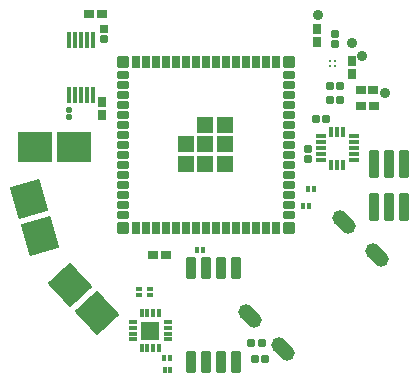
<source format=gts>
G04 Layer: TopSolderMaskLayer*
G04 Panelize: , Column: 1, Row: 1, Board Size: 35.35mm x 33.79mm, Panelized Board Size: 35.35mm x 33.79mm*
G04 EasyEDA v6.5.32, 2023-07-27 20:51:34*
G04 7f8d34143daf4d43a3b22917546c404d,9a4ed40c0dd746429eaf55b84663d2fb,10*
G04 Gerber Generator version 0.2*
G04 Scale: 100 percent, Rotated: No, Reflected: No *
G04 Dimensions in millimeters *
G04 leading zeros omitted , absolute positions ,4 integer and 5 decimal *
%FSLAX45Y45*%
%MOMM*%

%AMMACRO1*1,1,$1,$2,$3*1,1,$1,$4,$5*1,1,$1,0-$2,0-$3*1,1,$1,0-$4,0-$5*20,1,$1,$2,$3,$4,$5,0*20,1,$1,$4,$5,0-$2,0-$3,0*20,1,$1,0-$2,0-$3,0-$4,0-$5,0*20,1,$1,0-$4,0-$5,$2,$3,0*4,1,4,$2,$3,$4,$5,0-$2,0-$3,0-$4,0-$5,$2,$3,0*%
%AMMACRO2*1,1,$1,$2,$3*1,1,$1,$4,$5*20,1,$1,$2,$3,$4,$5,0*%
%AMMACRO3*4,1,4,-0.3023,-0.5016,-0.3023,0.5016,0.3023,0.5016,0.3023,-0.5016,-0.3023,-0.5016,0*%
%AMMACRO4*4,1,4,-0.301,-0.5016,-0.301,0.5016,0.301,0.5016,0.301,-0.5016,-0.301,-0.5016,0*%
%ADD10MACRO1,0.2032X-0.5999X0.5999X0.5999X0.5999*%
%ADD11C,0.9000*%
%ADD12MACRO2,1.3016X-0.3535X0.3535X0.3535X-0.3535*%
%ADD13MACRO1,0.1016X0.37X1.1X0.37X-1.1*%
%ADD14MACRO1,0.1016X-0.0065X1.8398X1.8349X-0.1348*%
%ADD15MACRO1,0.1016X1.35X-1.25X-1.35X-1.25*%
%ADD16MACRO1,0.1016X0.395X0.27X0.395X-0.27*%
%ADD17MACRO1,0.1016X-0.395X0.27X-0.395X-0.27*%
%ADD18MACRO1,0.1016X0.8294X1.6422X1.5737X-0.9531*%
%ADD19MACRO1,0.1016X0.8295X1.6422X1.5737X-0.9532*%
%ADD20MACRO1,0.1016X-0.2828X-0.27X-0.2828X0.27*%
%ADD21MACRO1,0.1016X0.2828X-0.27X0.2828X0.27*%
%ADD22C,0.3016*%
%ADD23MACRO1,0.2032X-0.4X0.4X0.4X0.4*%
%ADD24MACRO3*%
%ADD25MACRO4*%
%ADD26MACRO1,0.2032X-0.4001X0.4X0.4001X0.4*%
%ADD27MACRO1,0.2032X-0.4001X0.2X0.4001X0.2*%
%ADD28MACRO1,0.2032X-0.4X0.2X0.4X0.2*%
%ADD29O,0.9015984X0.38160960000000005*%
%ADD30O,0.38160960000000005X0.9015984*%
%ADD31MACRO1,0.1016X-0.3556X0.8703X0.3556X0.8703*%
%ADD32MACRO1,0.1016X-0.27X0.2828X0.27X0.2828*%
%ADD33MACRO1,0.1016X-0.27X-0.2828X0.27X-0.2828*%
%ADD34MACRO1,0.1016X0.162X-0.1516X-0.162X-0.1516*%
%ADD35MACRO1,0.1016X0.162X0.1516X-0.162X0.1516*%
%ADD36MACRO1,0.1016X0.1516X0.162X0.1516X-0.162*%
%ADD37MACRO1,0.1016X-0.1516X0.162X-0.1516X-0.162*%
%ADD38MACRO1,0.1016X-0.1516X-0.162X-0.1516X0.162*%
%ADD39MACRO1,0.1016X0.1516X-0.162X0.1516X0.162*%
%ADD40MACRO1,0.1016X0.27X-0.2828X-0.27X-0.2828*%
%ADD41MACRO1,0.1016X0.27X0.2828X-0.27X0.2828*%
%ADD42R,0.6416X0.6673*%
%ADD43MACRO1,0.1016X0.162X-0.1842X-0.162X-0.1842*%
%ADD44MACRO1,0.1016X0.162X0.1842X-0.162X0.1842*%
%ADD45MACRO1,0.1016X0.3X0.125X0.3X-0.125*%
%ADD46MACRO1,0.1016X-0.125X0.3X0.125X0.3*%
%ADD47MACRO1,0.1016X-0.3X-0.125X-0.3X0.125*%
%ADD48MACRO1,0.1016X0.125X-0.3X-0.125X-0.3*%
%ADD49MACRO1,0.1016X0.75X-0.75X-0.75X-0.75*%
%ADD50MACRO1,0.1016X0.27X-0.395X-0.27X-0.395*%
%ADD51MACRO1,0.1016X0.27X0.395X-0.27X0.395*%
%ADD52MACRO1,0.1016X-0.395X-0.27X-0.395X0.27*%
%ADD53MACRO1,0.1016X0.395X-0.27X0.395X0.27*%
%ADD54MACRO1,0.03X-0.15X0.65X0.15X0.65*%
%ADD55MACRO1,0.1016X-0.15X0.65X0.15X0.65*%
%ADD56C,0.0137*%

%LPD*%
D10*
G01*
X-734824Y124091D03*
G01*
X-734824Y289090D03*
G01*
X-569826Y289090D03*
G01*
X-569826Y124091D03*
G01*
X-569826Y-40906D03*
G01*
X-734824Y-40906D03*
G01*
X-899822Y-40906D03*
G01*
X-899822Y124091D03*
D11*
G01*
X790674Y562470D03*
G01*
X594611Y876236D03*
D12*
G01*
X435861Y-530593D03*
G01*
X718690Y-813447D03*
G01*
X-358904Y-1325359D03*
G01*
X-76075Y-1608213D03*
D11*
G01*
X506600Y986142D03*
G01*
X223161Y1223962D03*
D13*
G01*
X950468Y-41488D03*
G01*
X950468Y-401487D03*
G01*
X823468Y-41488D03*
G01*
X823468Y-401487D03*
G01*
X696468Y-41488D03*
G01*
X696468Y-401487D03*
D14*
G01*
X-1876393Y-1063260D03*
G01*
X-1649492Y-1306581D03*
D15*
G01*
X-1846263Y99775D03*
G01*
X-2178963Y99775D03*
D16*
G01*
X-1716110Y1227025D03*
D17*
G01*
X-1607098Y1227025D03*
D18*
G01*
X-2225846Y-334788D03*
D19*
G01*
X-2134142Y-654597D03*
D20*
G01*
X405433Y497141D03*
D21*
G01*
X318867Y497141D03*
D20*
G01*
X405179Y618553D03*
D21*
G01*
X318613Y618553D03*
D22*
G01*
X322602Y832345D03*
G01*
X362582Y832345D03*
G01*
X322602Y792365D03*
G01*
X362582Y792365D03*
D23*
G01*
X-1429306Y820224D03*
D24*
G01*
X-1324358Y820178D03*
G01*
X-1239268Y820178D03*
D25*
G01*
X-1154305Y820178D03*
D24*
G01*
X-1069342Y820178D03*
G01*
X-984252Y820178D03*
D25*
G01*
X-899289Y820178D03*
D24*
G01*
X-814326Y820178D03*
D25*
G01*
X-644273Y820178D03*
G01*
X-729363Y820178D03*
D24*
G01*
X-559310Y820178D03*
D25*
G01*
X-474347Y820178D03*
G01*
X-389257Y820178D03*
D24*
G01*
X-304294Y820178D03*
D25*
G01*
X-219331Y820178D03*
G01*
X-134241Y820178D03*
D26*
G01*
X-29309Y820224D03*
D27*
G01*
X-29309Y715220D03*
G01*
X-29309Y630232D03*
G01*
X-29309Y545218D03*
G01*
X-29309Y460230D03*
G01*
X-29309Y375216D03*
G01*
X-29309Y290228D03*
G01*
X-29309Y205214D03*
G01*
X-29309Y120225D03*
G01*
X-29309Y35237D03*
G01*
X-29309Y-49776D03*
G01*
X-29309Y-134764D03*
G01*
X-29309Y-219778D03*
G01*
X-29309Y-304766D03*
G01*
X-29309Y-389780D03*
G01*
X-29309Y-474769D03*
D26*
G01*
X-29309Y-579772D03*
D25*
G01*
X-134241Y-579869D03*
G01*
X-219331Y-579869D03*
D24*
G01*
X-304294Y-579869D03*
D25*
G01*
X-389257Y-579869D03*
G01*
X-474347Y-579869D03*
D24*
G01*
X-559310Y-579869D03*
D25*
G01*
X-644273Y-579869D03*
G01*
X-729363Y-579869D03*
D24*
G01*
X-814326Y-579869D03*
D25*
G01*
X-899289Y-579869D03*
D24*
G01*
X-984252Y-579869D03*
G01*
X-1069342Y-579869D03*
D25*
G01*
X-1154305Y-579869D03*
D24*
G01*
X-1239268Y-579869D03*
G01*
X-1324358Y-579869D03*
D23*
G01*
X-1429306Y-579772D03*
D28*
G01*
X-1429306Y-474769D03*
G01*
X-1429306Y-389780D03*
G01*
X-1429306Y-304766D03*
G01*
X-1429306Y-219778D03*
G01*
X-1429306Y-134764D03*
G01*
X-1429306Y-49776D03*
G01*
X-1429306Y35237D03*
G01*
X-1429306Y120225D03*
G01*
X-1429306Y205214D03*
G01*
X-1429306Y290228D03*
G01*
X-1429306Y375216D03*
G01*
X-1429306Y460230D03*
G01*
X-1429306Y545218D03*
G01*
X-1429306Y715220D03*
G01*
X-1429306Y630232D03*
D29*
G01*
X522348Y-7861D03*
G01*
X522348Y42151D03*
G01*
X522348Y92138D03*
G01*
X522348Y142151D03*
G01*
X522348Y192138D03*
D30*
G01*
X432330Y232143D03*
G01*
X382343Y232143D03*
G01*
X332331Y232143D03*
D29*
G01*
X242338Y192138D03*
G01*
X242338Y142151D03*
G01*
X242338Y92138D03*
G01*
X242338Y42151D03*
G01*
X242338Y-7861D03*
D30*
G01*
X332331Y-47840D03*
G01*
X382343Y-47840D03*
G01*
X432330Y-47840D03*
D31*
G01*
X-858827Y-1717725D03*
G01*
X-731827Y-1717725D03*
G01*
X-604827Y-1717725D03*
G01*
X-477827Y-1717725D03*
G01*
X-477827Y-918667D03*
G01*
X-604827Y-918667D03*
G01*
X-731827Y-918667D03*
G01*
X-858827Y-918667D03*
D20*
G01*
X-225248Y-1688020D03*
D21*
G01*
X-311814Y-1688020D03*
D20*
G01*
X-258776Y-1557464D03*
D21*
G01*
X-345342Y-1557464D03*
D32*
G01*
X365503Y976412D03*
D33*
G01*
X365503Y1062978D03*
D34*
G01*
X-1295336Y-1103652D03*
D35*
G01*
X-1295336Y-1151963D03*
D34*
G01*
X-1201356Y-1101366D03*
D35*
G01*
X-1201356Y-1149677D03*
D36*
G01*
X-801448Y-769556D03*
D37*
G01*
X-753137Y-769556D03*
D38*
G01*
X-1031913Y-1681274D03*
D39*
G01*
X-1080223Y-1681274D03*
D38*
G01*
X-1031659Y-1782366D03*
D39*
G01*
X-1079969Y-1782366D03*
D38*
G01*
X143278Y-396354D03*
D39*
G01*
X94968Y-396354D03*
D38*
G01*
X185445Y-253745D03*
D39*
G01*
X137134Y-253745D03*
D16*
G01*
X580440Y453199D03*
D17*
G01*
X689452Y453199D03*
D20*
G01*
X286053Y340931D03*
D21*
G01*
X199487Y340931D03*
D40*
G01*
X135890Y84430D03*
D41*
G01*
X135890Y-2134D03*
D16*
G01*
X579729Y588911D03*
D17*
G01*
X688741Y588911D03*
D42*
G01*
X-1594538Y1104709D03*
D41*
G01*
X-1594548Y1018134D03*
D43*
G01*
X-1890204Y412945D03*
D44*
G01*
X-1890204Y358101D03*
D45*
G01*
X-1049075Y-1526506D03*
G01*
X-1049073Y-1476507D03*
G01*
X-1049075Y-1426507D03*
G01*
X-1049075Y-1376507D03*
D46*
G01*
X-1124277Y-1301658D03*
G01*
X-1174277Y-1301658D03*
G01*
X-1224277Y-1301661D03*
G01*
X-1274277Y-1301658D03*
D47*
G01*
X-1349070Y-1376659D03*
G01*
X-1349070Y-1426659D03*
G01*
X-1349070Y-1476659D03*
G01*
X-1349072Y-1526506D03*
D48*
G01*
X-1274277Y-1601657D03*
G01*
X-1224277Y-1601660D03*
G01*
X-1174277Y-1601657D03*
G01*
X-1124277Y-1601657D03*
D49*
G01*
X-1199070Y-1451658D03*
D50*
G01*
X-1606994Y485749D03*
D51*
G01*
X-1606994Y376737D03*
D50*
G01*
X207261Y1101633D03*
D51*
G01*
X207261Y992621D03*
D52*
G01*
X-1068227Y-815022D03*
D53*
G01*
X-1177239Y-815022D03*
D50*
G01*
X506168Y830793D03*
D51*
G01*
X506168Y721781D03*
D54*
G01*
X-1889353Y540160D03*
G01*
X-1839366Y540161D03*
G01*
X-1789379Y540161D03*
G01*
X-1739366Y540161D03*
G01*
X-1689353Y540161D03*
D55*
G01*
X-1689379Y1010160D03*
G01*
X-1739366Y1010160D03*
G01*
X-1789353Y1010160D03*
G01*
X-1839366Y1010160D03*
G01*
X-1889378Y1010160D03*
M02*

</source>
